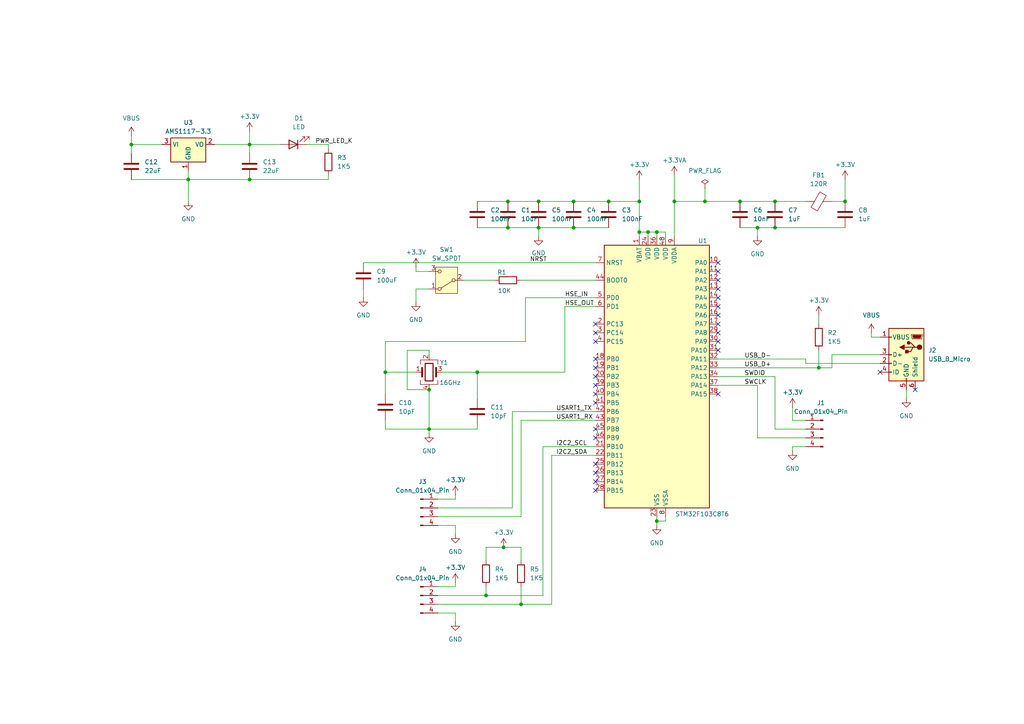
<source format=kicad_sch>
(kicad_sch (version 20250114) (generator "eeschema") (generator_version "9.0")
  (paper "A4")
  (lib_symbols
    (symbol "Connector:Conn_01x04_Pin" (pin_names (offset 1.016) (hide yes))
      (property "Reference" "J" (at 0 5.08 0))
      (property "Value" "Conn_01x04_Pin" (at 0 -7.62 0))
      (symbol "Conn_01x04_Pin_1_1"
        (rectangle (start 0.8636 2.667) (end 0 2.413) (stroke (width 0.1524)) (fill (type outline)))
        (rectangle (start 0.8636 0.127) (end 0 -0.127) (stroke (width 0.1524)) (fill (type outline)))
        (rectangle (start 0.8636 -2.413) (end 0 -2.667) (stroke (width 0.1524)) (fill (type outline)))
        (rectangle (start 0.8636 -4.953) (end 0 -5.207) (stroke (width 0.1524)) (fill (type outline)))
        (polyline (pts (xy 1.27 2.54) (xy 0.8636 2.54)) (stroke (width 0.1524)))
        (polyline (pts (xy 1.27 0) (xy 0.8636 0)) (stroke (width 0.1524)))
        (polyline (pts (xy 1.27 -2.54) (xy 0.8636 -2.54)) (stroke (width 0.1524)))
        (polyline (pts (xy 1.27 -5.08) (xy 0.8636 -5.08)) (stroke (width 0.1524)))
        (pin passive line (at 5.08 2.54 180) (length 3.81) (name "Pin_1") (number "1"))
        (pin passive line (at 5.08 0 180) (length 3.81) (name "Pin_2") (number "2"))
        (pin passive line (at 5.08 -2.54 180) (length 3.81) (name "Pin_3") (number "3"))
        (pin passive line (at 5.08 -5.08 180) (length 3.81) (name "Pin_4") (number "4"))
      )
    )
    (symbol "Connector:USB_B_Micro" (pin_names (offset 1.016))
      (property "Reference" "J" (at -5.08 11.43 0))
      (property "Value" "USB_B_Micro" (at -5.08 8.89 0))
      (symbol "USB_B_Micro_0_1"
        (rectangle (start -5.08 -7.62) (end 5.08 7.62) (stroke (width 0.254)) (fill (type background)))
        (polyline (pts (xy -4.699 5.842) (xy -4.699 5.588) (xy -4.445 4.826) (xy -4.445 4.572) (xy -1.651 4.572) (xy -1.651 4.826) (xy -1.397 5.588) (xy -1.397 5.842) (xy -4.699 5.842)))
        (polyline (pts (xy -4.318 5.588) (xy -1.778 5.588) (xy -2.032 4.826) (xy -4.064 4.826) (xy -4.318 5.588)) (fill (type outline)))
        (circle (center -3.81 2.159) (radius 0.635) (stroke (width 0.254)) (fill (type outline)))
        (polyline (pts (xy -3.175 2.159) (xy -2.54 2.159) (xy -1.27 3.429) (xy -0.635 3.429)) (stroke (width 0.254)))
        (polyline (pts (xy -2.54 2.159) (xy -1.905 2.159) (xy -1.27 0.889) (xy 0 0.889)) (stroke (width 0.254)))
        (polyline (pts (xy -1.905 2.159) (xy 0.635 2.159)) (stroke (width 0.254)))
        (circle (center -0.635 3.429) (radius 0.381) (stroke (width 0.254)) (fill (type outline)))
        (rectangle (start -0.127 -7.62) (end 0.127 -6.858))
        (rectangle (start 0.254 1.27) (end -0.508 0.508) (stroke (width 0.254)) (fill (type outline)))
        (polyline (pts (xy 0.635 2.794) (xy 0.635 1.524) (xy 1.905 2.159) (xy 0.635 2.794)) (stroke (width 0.254)) (fill (type outline)))
        (rectangle (start 5.08 4.953) (end 4.318 5.207))
        (rectangle (start 5.08 -0.127) (end 4.318 0.127))
        (rectangle (start 5.08 -2.667) (end 4.318 -2.413))
        (rectangle (start 5.08 -5.207) (end 4.318 -4.953))
      )
      (symbol "USB_B_Micro_1_1"
        (pin passive line (at -2.54 -10.16 90) (length 2.54) (name "Shield") (number "6"))
        (pin power_out line (at 0 -10.16 90) (length 2.54) (name "GND") (number "5"))
        (pin power_out line (at 7.62 5.08 180) (length 2.54) (name "VBUS") (number "1"))
        (pin bidirectional line (at 7.62 0 180) (length 2.54) (name "D+") (number "3"))
        (pin bidirectional line (at 7.62 -2.54 180) (length 2.54) (name "D-") (number "2"))
        (pin passive line (at 7.62 -5.08 180) (length 2.54) (name "ID") (number "4"))
      )
    )
    (symbol "Device:C" (pin_numbers (hide yes)) (pin_names (offset 0.254))
      (property "Reference" "C" (at 0.635 2.54 0))
      (property "Value" "C" (at 0.635 -2.54 0))
      (symbol "C_0_1"
        (polyline (pts (xy -2.032 0.762) (xy 2.032 0.762)) (stroke (width 0.508)))
        (polyline (pts (xy -2.032 -0.762) (xy 2.032 -0.762)) (stroke (width 0.508)))
      )
      (symbol "C_1_1"
        (pin passive line (at 0 3.81 270) (length 2.794) (name "~") (number "1"))
        (pin passive line (at 0 -3.81 90) (length 2.794) (name "~") (number "2"))
      )
    )
    (symbol "Device:Crystal_GND24" (pin_names (offset 1.016) (hide yes))
      (property "Reference" "Y" (at 3.175 5.08 0))
      (property "Value" "Crystal_GND24" (at 3.175 3.175 0))
      (symbol "Crystal_GND24_0_1"
        (polyline (pts (xy -2.54 2.286) (xy -2.54 3.556) (xy 2.54 3.556) (xy 2.54 2.286)))
        (polyline (pts (xy -2.54 0) (xy -2.032 0)))
        (polyline (pts (xy -2.54 -2.286) (xy -2.54 -3.556) (xy 2.54 -3.556) (xy 2.54 -2.286)))
        (polyline (pts (xy -2.032 -1.27) (xy -2.032 1.27)) (stroke (width 0.508)))
        (rectangle (start -1.143 2.54) (end 1.143 -2.54) (stroke (width 0.3048)))
        (polyline (pts (xy 0 3.556) (xy 0 3.81)))
        (polyline (pts (xy 0 -3.81) (xy 0 -3.556)))
        (polyline (pts (xy 2.032 0) (xy 2.54 0)))
        (polyline (pts (xy 2.032 -1.27) (xy 2.032 1.27)) (stroke (width 0.508)))
      )
      (symbol "Crystal_GND24_1_1"
        (pin passive line (at -3.81 0 0) (length 1.27) (name "1") (number "1"))
        (pin passive line (at 0 5.08 270) (length 1.27) (name "2") (number "2"))
        (pin passive line (at 0 -5.08 90) (length 1.27) (name "4") (number "4"))
        (pin passive line (at 3.81 0 180) (length 1.27) (name "3") (number "3"))
      )
    )
    (symbol "Device:FerriteBead" (pin_numbers (hide yes)) (pin_names (offset 0))
      (property "Reference" "FB" (at -3.81 0.635 90))
      (property "Value" "FerriteBead" (at 3.81 0 90))
      (symbol "FerriteBead_0_1"
        (polyline (pts (xy -2.7686 0.4064) (xy -1.7018 2.2606) (xy 2.7686 -0.3048) (xy 1.6764 -2.159) (xy -2.7686 0.4064)))
        (polyline (pts (xy 0 1.27) (xy 0 1.2954)))
        (polyline (pts (xy 0 -1.27) (xy 0 -1.2192)))
      )
      (symbol "FerriteBead_1_1"
        (pin passive line (at 0 3.81 270) (length 2.54) (name "~") (number "1"))
        (pin passive line (at 0 -3.81 90) (length 2.54) (name "~") (number "2"))
      )
    )
    (symbol "Device:LED" (pin_numbers (hide yes)) (pin_names (offset 1.016) (hide yes))
      (property "Reference" "D" (at 0 2.54 0))
      (property "Value" "LED" (at 0 -2.54 0))
      (symbol "LED_0_1"
        (polyline (pts (xy -3.048 -0.762) (xy -4.572 -2.286) (xy -3.81 -2.286) (xy -4.572 -2.286) (xy -4.572 -1.524)))
        (polyline (pts (xy -1.778 -0.762) (xy -3.302 -2.286) (xy -2.54 -2.286) (xy -3.302 -2.286) (xy -3.302 -1.524)))
        (polyline (pts (xy -1.27 0) (xy 1.27 0)))
        (polyline (pts (xy -1.27 -1.27) (xy -1.27 1.27)) (stroke (width 0.254)))
        (polyline (pts (xy 1.27 -1.27) (xy 1.27 1.27) (xy -1.27 0) (xy 1.27 -1.27)) (stroke (width 0.254)))
      )
      (symbol "LED_1_1"
        (pin passive line (at -3.81 0 0) (length 2.54) (name "K") (number "1"))
        (pin passive line (at 3.81 0 180) (length 2.54) (name "A") (number "2"))
      )
    )
    (symbol "Device:R" (pin_numbers (hide yes)) (pin_names (offset 0))
      (property "Reference" "R" (at 2.032 0 90))
      (property "Value" "R" (at 0 0 90))
      (symbol "R_0_1"
        (rectangle (start -1.016 -2.54) (end 1.016 2.54) (stroke (width 0.254)))
      )
      (symbol "R_1_1"
        (pin passive line (at 0 3.81 270) (length 1.27) (name "~") (number "1"))
        (pin passive line (at 0 -3.81 90) (length 1.27) (name "~") (number "2"))
      )
    )
    (symbol "MCU_ST_STM32F1:STM32F103C8Tx"
      (property "Reference" "U" (at -15.24 39.37 0))
      (property "Value" "STM32F103C8Tx" (at 7.62 39.37 0))
      (symbol "STM32F103C8Tx_0_1"
        (rectangle (start -15.24 -38.1) (end 15.24 38.1) (stroke (width 0.254)) (fill (type background)))
      )
      (symbol "STM32F103C8Tx_1_1"
        (pin input line (at -17.78 33.02 0) (length 2.54) (name "NRST") (number "7"))
        (pin input line (at -17.78 27.94 0) (length 2.54) (name "BOOT0") (number "44"))
        (pin bidirectional line (at -17.78 22.86 0) (length 2.54) (name "PD0") (number "5"))
        (pin bidirectional line (at -17.78 20.32 0) (length 2.54) (name "PD1") (number "6"))
        (pin bidirectional line (at -17.78 15.24 0) (length 2.54) (name "PC13") (number "2"))
        (pin bidirectional line (at -17.78 12.7 0) (length 2.54) (name "PC14") (number "3"))
        (pin bidirectional line (at -17.78 10.16 0) (length 2.54) (name "PC15") (number "4"))
        (pin bidirectional line (at -17.78 5.08 0) (length 2.54) (name "PB0") (number "18"))
        (pin bidirectional line (at -17.78 2.54 0) (length 2.54) (name "PB1") (number "19"))
        (pin bidirectional line (at -17.78 0 0) (length 2.54) (name "PB2") (number "20"))
        (pin bidirectional line (at -17.78 -2.54 0) (length 2.54) (name "PB3") (number "39"))
        (pin bidirectional line (at -17.78 -5.08 0) (length 2.54) (name "PB4") (number "40"))
        (pin bidirectional line (at -17.78 -7.62 0) (length 2.54) (name "PB5") (number "41"))
        (pin bidirectional line (at -17.78 -10.16 0) (length 2.54) (name "PB6") (number "42"))
        (pin bidirectional line (at -17.78 -12.7 0) (length 2.54) (name "PB7") (number "43"))
        (pin bidirectional line (at -17.78 -15.24 0) (length 2.54) (name "PB8") (number "45"))
        (pin bidirectional line (at -17.78 -17.78 0) (length 2.54) (name "PB9") (number "46"))
        (pin bidirectional line (at -17.78 -20.32 0) (length 2.54) (name "PB10") (number "21"))
        (pin bidirectional line (at -17.78 -22.86 0) (length 2.54) (name "PB11") (number "22"))
        (pin bidirectional line (at -17.78 -25.4 0) (length 2.54) (name "PB12") (number "25"))
        (pin bidirectional line (at -17.78 -27.94 0) (length 2.54) (name "PB13") (number "26"))
        (pin bidirectional line (at -17.78 -30.48 0) (length 2.54) (name "PB14") (number "27"))
        (pin bidirectional line (at -17.78 -33.02 0) (length 2.54) (name "PB15") (number "28"))
        (pin power_in line (at -5.08 40.64 270) (length 2.54) (name "VBAT") (number "1"))
        (pin power_in line (at -2.54 40.64 270) (length 2.54) (name "VDD") (number "24"))
        (pin power_in line (at 0 40.64 270) (length 2.54) (name "VDD") (number "36"))
        (pin power_in line (at 0 -40.64 90) (length 2.54) (name "VSS") (number "23"))
        (pin passive line (at 0 -40.64 90) (length 2.54) (hide yes) (name "VSS") (number "35"))
        (pin passive line (at 0 -40.64 90) (length 2.54) (hide yes) (name "VSS") (number "47"))
        (pin power_in line (at 2.54 40.64 270) (length 2.54) (name "VDD") (number "48"))
        (pin power_in line (at 2.54 -40.64 90) (length 2.54) (name "VSSA") (number "8"))
        (pin power_in line (at 5.08 40.64 270) (length 2.54) (name "VDDA") (number "9"))
        (pin bidirectional line (at 17.78 33.02 180) (length 2.54) (name "PA0") (number "10"))
        (pin bidirectional line (at 17.78 30.48 180) (length 2.54) (name "PA1") (number "11"))
        (pin bidirectional line (at 17.78 27.94 180) (length 2.54) (name "PA2") (number "12"))
        (pin bidirectional line (at 17.78 25.4 180) (length 2.54) (name "PA3") (number "13"))
        (pin bidirectional line (at 17.78 22.86 180) (length 2.54) (name "PA4") (number "14"))
        (pin bidirectional line (at 17.78 20.32 180) (length 2.54) (name "PA5") (number "15"))
        (pin bidirectional line (at 17.78 17.78 180) (length 2.54) (name "PA6") (number "16"))
        (pin bidirectional line (at 17.78 15.24 180) (length 2.54) (name "PA7") (number "17"))
        (pin bidirectional line (at 17.78 12.7 180) (length 2.54) (name "PA8") (number "29"))
        (pin bidirectional line (at 17.78 10.16 180) (length 2.54) (name "PA9") (number "30"))
        (pin bidirectional line (at 17.78 7.62 180) (length 2.54) (name "PA10") (number "31"))
        (pin bidirectional line (at 17.78 5.08 180) (length 2.54) (name "PA11") (number "32"))
        (pin bidirectional line (at 17.78 2.54 180) (length 2.54) (name "PA12") (number "33"))
        (pin bidirectional line (at 17.78 0 180) (length 2.54) (name "PA13") (number "34"))
        (pin bidirectional line (at 17.78 -2.54 180) (length 2.54) (name "PA14") (number "37"))
        (pin bidirectional line (at 17.78 -5.08 180) (length 2.54) (name "PA15") (number "38"))
      )
    )
    (symbol "Regulator_Linear:AMS1117-3.3"
      (property "Reference" "U" (at -3.81 3.175 0))
      (property "Value" "AMS1117-3.3" (at 0 3.175 0))
      (symbol "AMS1117-3.3_0_1"
        (rectangle (start -5.08 -5.08) (end 5.08 1.905) (stroke (width 0.254)) (fill (type background)))
      )
      (symbol "AMS1117-3.3_1_1"
        (pin power_in line (at -7.62 0 0) (length 2.54) (name "VI") (number "3"))
        (pin power_in line (at 0 -7.62 90) (length 2.54) (name "GND") (number "1"))
        (pin power_out line (at 7.62 0 180) (length 2.54) (name "VO") (number "2"))
      )
    )
    (symbol "Switch:SW_SPDT" (pin_names (offset 0) (hide yes))
      (property "Reference" "SW" (at 0 5.08 0))
      (property "Value" "SW_SPDT" (at 0 -5.08 0))
      (symbol "SW_SPDT_0_1"
        (circle (center -2.032 0) (radius 0.4572))
        (polyline (pts (xy -1.651 0.254) (xy 1.651 2.286)))
        (circle (center 2.032 2.54) (radius 0.4572))
        (circle (center 2.032 -2.54) (radius 0.4572))
      )
      (symbol "SW_SPDT_1_1"
        (rectangle (start -3.175 3.81) (end 3.175 -3.81) (fill (type background)))
        (pin passive line (at -5.08 0 0) (length 2.54) (name "B") (number "2"))
        (pin passive line (at 5.08 2.54 180) (length 2.54) (name "A") (number "1"))
        (pin passive line (at 5.08 -2.54 180) (length 2.54) (name "C") (number "3"))
      )
    )
    (symbol "power:+3.3V" (power) (pin_numbers (hide yes)) (pin_names (offset 0) (hide yes))
      (property "Value" "+3.3V" (at 0 3.556 0))
      (symbol "+3.3V_0_1"
        (polyline (pts (xy -0.762 1.27) (xy 0 2.54)))
        (polyline (pts (xy 0 2.54) (xy 0.762 1.27)))
        (polyline (pts (xy 0 0) (xy 0 2.54)))
      )
      (symbol "+3.3V_1_1"
        (pin power_in line (at 0 0 90) (length 0) (name "~") (number "1"))
      )
    )
    (symbol "power:+3.3VA" (power) (pin_numbers (hide yes)) (pin_names (offset 0) (hide yes))
      (property "Value" "+3.3VA" (at 0 3.556 0))
      (symbol "+3.3VA_0_1"
        (polyline (pts (xy -0.762 1.27) (xy 0 2.54)))
        (polyline (pts (xy 0 2.54) (xy 0.762 1.27)))
        (polyline (pts (xy 0 0) (xy 0 2.54)))
      )
      (symbol "+3.3VA_1_1"
        (pin power_in line (at 0 0 90) (length 0) (name "~") (number "1"))
      )
    )
    (symbol "power:GND" (power) (pin_numbers (hide yes)) (pin_names (offset 0) (hide yes))
      (property "Value" "GND" (at 0 -3.81 0))
      (symbol "GND_0_1"
        (polyline (pts (xy 0 0) (xy 0 -1.27) (xy 1.27 -1.27) (xy 0 -2.54) (xy -1.27 -1.27) (xy 0 -1.27)))
      )
      (symbol "GND_1_1"
        (pin power_in line (at 0 0 270) (length 0) (name "~") (number "1"))
      )
    )
    (symbol "power:PWR_FLAG" (power) (pin_numbers (hide yes)) (pin_names (offset 0) (hide yes))
      (property "Value" "PWR_FLAG" (at 0 3.81 0))
      (symbol "PWR_FLAG_0_0"
        (pin power_out line (at 0 0 90) (length 0) (name "~") (number "1"))
      )
      (symbol "PWR_FLAG_0_1"
        (polyline (pts (xy 0 0) (xy 0 1.27) (xy -1.016 1.905) (xy 0 2.54) (xy 1.016 1.905) (xy 0 1.27)))
      )
    )
    (symbol "power:VBUS" (power) (pin_numbers (hide yes)) (pin_names (offset 0) (hide yes))
      (property "Value" "VBUS" (at 0 3.556 0))
      (symbol "VBUS_0_1"
        (polyline (pts (xy -0.762 1.27) (xy 0 2.54)))
        (polyline (pts (xy 0 2.54) (xy 0.762 1.27)))
        (polyline (pts (xy 0 0) (xy 0 2.54)))
      )
      (symbol "VBUS_1_1"
        (pin power_in line (at 0 0 90) (length 0) (name "~") (number "1"))
      )
    )
  )
  (junction (at 204.47 58.42))
  (junction (at 151.13 175.26))
  (junction (at 185.42 58.42))
  (junction (at 146.05 158.75))
  (junction (at 147.32 66.04))
  (junction (at 237.49 106.68))
  (junction (at 190.5 151.13))
  (junction (at 224.79 66.04))
  (junction (at 166.37 58.42))
  (junction (at 54.61 52.07))
  (junction (at 187.96 67.31))
  (junction (at 156.21 66.04))
  (junction (at 185.42 67.31))
  (junction (at 38.1 41.91))
  (junction (at 245.11 58.42))
  (junction (at 124.46 113.03))
  (junction (at 72.39 52.07))
  (junction (at 224.79 58.42))
  (junction (at 176.53 58.42))
  (junction (at 156.21 58.42))
  (junction (at 190.5 67.31))
  (junction (at 72.39 41.91))
  (junction (at 214.63 58.42))
  (junction (at 195.58 58.42))
  (junction (at 124.46 124.46))
  (junction (at 166.37 66.04))
  (junction (at 111.76 107.95))
  (junction (at 147.32 58.42))
  (junction (at 138.43 107.95))
  (junction (at 219.71 66.04))
  (junction (at 140.97 172.72))
  (no_connect (at 208.28 101.6))
  (no_connect (at 208.28 99.06))
  (no_connect (at 172.72 127))
  (no_connect (at 208.28 81.28))
  (no_connect (at 208.28 91.44))
  (no_connect (at 208.28 76.2))
  (no_connect (at 172.72 106.68))
  (no_connect (at 172.72 116.84))
  (no_connect (at 208.28 86.36))
  (no_connect (at 172.72 124.46))
  (no_connect (at 208.28 96.52))
  (no_connect (at 172.72 104.14))
  (no_connect (at 172.72 111.76))
  (no_connect (at 208.28 114.3))
  (no_connect (at 255.27 107.95))
  (no_connect (at 172.72 96.52))
  (no_connect (at 172.72 142.24))
  (no_connect (at 208.28 93.98))
  (no_connect (at 172.72 99.06))
  (no_connect (at 265.43 113.03))
  (no_connect (at 172.72 114.3))
  (no_connect (at 208.28 78.74))
  (no_connect (at 172.72 134.62))
  (no_connect (at 172.72 109.22))
  (no_connect (at 208.28 88.9))
  (no_connect (at 172.72 139.7))
  (no_connect (at 172.72 137.16))
  (no_connect (at 208.28 83.82))
  (no_connect (at 172.72 93.98))
  (wire (pts (xy 190.5 151.13) (xy 193.04 151.13)))
  (wire (pts (xy 54.61 49.53) (xy 54.61 52.07)))
  (wire (pts (xy 72.39 52.07) (xy 95.25 52.07)))
  (wire (pts (xy 156.21 66.04) (xy 156.21 68.58)))
  (wire (pts (xy 127 172.72) (xy 140.97 172.72)))
  (wire (pts (xy 229.87 129.54) (xy 229.87 130.81)))
  (wire (pts (xy 195.58 58.42) (xy 195.58 68.58)))
  (wire (pts (xy 219.71 66.04) (xy 224.79 66.04)))
  (wire (pts (xy 185.42 58.42) (xy 185.42 67.31)))
  (wire (pts (xy 233.68 121.92) (xy 229.87 121.92)))
  (wire (pts (xy 156.21 58.42) (xy 166.37 58.42)))
  (wire (pts (xy 120.65 78.74) (xy 120.65 77.47)))
  (wire (pts (xy 151.13 175.26) (xy 160.02 175.26)))
  (wire (pts (xy 148.59 147.32) (xy 148.59 119.38)))
  (wire (pts (xy 111.76 124.46) (xy 124.46 124.46)))
  (wire (pts (xy 62.23 41.91) (xy 72.39 41.91)))
  (wire (pts (xy 140.97 162.56) (xy 140.97 158.75)))
  (wire (pts (xy 195.58 50.8) (xy 195.58 58.42)))
  (wire (pts (xy 72.39 44.45) (xy 72.39 41.91)))
  (wire (pts (xy 132.08 177.8) (xy 132.08 180.34)))
  (wire (pts (xy 151.13 81.28) (xy 172.72 81.28)))
  (wire (pts (xy 127 149.86) (xy 151.13 149.86)))
  (wire (pts (xy 140.97 172.72) (xy 157.48 172.72)))
  (wire (pts (xy 124.46 101.6) (xy 118.11 101.6)))
  (wire (pts (xy 127 175.26) (xy 151.13 175.26)))
  (wire (pts (xy 255.27 97.79) (xy 252.73 97.79)))
  (wire (pts (xy 127 170.18) (xy 132.08 170.18)))
  (wire (pts (xy 229.87 121.92) (xy 229.87 118.11)))
  (wire (pts (xy 138.43 123.19) (xy 138.43 124.46)))
  (wire (pts (xy 255.27 105.41) (xy 233.68 105.41)))
  (wire (pts (xy 120.65 107.95) (xy 111.76 107.95)))
  (wire (pts (xy 138.43 124.46) (xy 124.46 124.46)))
  (wire (pts (xy 54.61 52.07) (xy 72.39 52.07)))
  (wire (pts (xy 241.3 58.42) (xy 245.11 58.42)))
  (wire (pts (xy 190.5 151.13) (xy 190.5 152.4)))
  (wire (pts (xy 163.83 107.95) (xy 163.83 88.9)))
  (wire (pts (xy 127 144.78) (xy 132.08 144.78)))
  (wire (pts (xy 224.79 66.04) (xy 245.11 66.04)))
  (wire (pts (xy 208.28 104.14) (xy 233.68 104.14)))
  (wire (pts (xy 95.25 50.8) (xy 95.25 52.07)))
  (wire (pts (xy 151.13 170.18) (xy 151.13 175.26)))
  (wire (pts (xy 157.48 129.54) (xy 172.72 129.54)))
  (wire (pts (xy 151.13 162.56) (xy 151.13 158.75)))
  (wire (pts (xy 214.63 58.42) (xy 224.79 58.42)))
  (wire (pts (xy 187.96 67.31) (xy 185.42 67.31)))
  (wire (pts (xy 204.47 58.42) (xy 214.63 58.42)))
  (wire (pts (xy 193.04 68.58) (xy 193.04 67.31)))
  (wire (pts (xy 38.1 52.07) (xy 54.61 52.07)))
  (wire (pts (xy 105.41 76.2) (xy 172.72 76.2)))
  (wire (pts (xy 88.9 41.91) (xy 95.25 41.91)))
  (wire (pts (xy 208.28 111.76) (xy 219.71 111.76)))
  (wire (pts (xy 160.02 175.26) (xy 160.02 132.08)))
  (wire (pts (xy 147.32 58.42) (xy 156.21 58.42)))
  (wire (pts (xy 255.27 102.87) (xy 241.3 102.87)))
  (wire (pts (xy 233.68 129.54) (xy 229.87 129.54)))
  (wire (pts (xy 233.68 124.46) (xy 224.79 124.46)))
  (wire (pts (xy 132.08 152.4) (xy 132.08 154.94)))
  (wire (pts (xy 148.59 119.38) (xy 172.72 119.38)))
  (wire (pts (xy 152.4 99.06) (xy 152.4 86.36)))
  (wire (pts (xy 176.53 58.42) (xy 185.42 58.42)))
  (wire (pts (xy 208.28 109.22) (xy 224.79 109.22)))
  (wire (pts (xy 195.58 58.42) (xy 204.47 58.42)))
  (wire (pts (xy 38.1 39.37) (xy 38.1 41.91)))
  (wire (pts (xy 160.02 132.08) (xy 172.72 132.08)))
  (wire (pts (xy 147.32 66.04) (xy 156.21 66.04)))
  (wire (pts (xy 219.71 66.04) (xy 219.71 68.58)))
  (wire (pts (xy 38.1 44.45) (xy 38.1 41.91)))
  (wire (pts (xy 124.46 113.03) (xy 118.11 113.03)))
  (wire (pts (xy 127 152.4) (xy 132.08 152.4)))
  (wire (pts (xy 208.28 106.68) (xy 237.49 106.68)))
  (wire (pts (xy 111.76 99.06) (xy 152.4 99.06)))
  (wire (pts (xy 237.49 106.68) (xy 241.3 106.68)))
  (wire (pts (xy 214.63 66.04) (xy 219.71 66.04)))
  (wire (pts (xy 187.96 68.58) (xy 187.96 67.31)))
  (wire (pts (xy 111.76 107.95) (xy 111.76 114.3)))
  (wire (pts (xy 95.25 41.91) (xy 95.25 43.18)))
  (wire (pts (xy 237.49 91.44) (xy 237.49 93.98)))
  (wire (pts (xy 193.04 67.31) (xy 190.5 67.31)))
  (wire (pts (xy 118.11 101.6) (xy 118.11 113.03)))
  (wire (pts (xy 54.61 52.07) (xy 54.61 58.42)))
  (wire (pts (xy 219.71 127) (xy 219.71 111.76)))
  (wire (pts (xy 166.37 66.04) (xy 176.53 66.04)))
  (wire (pts (xy 127 147.32) (xy 148.59 147.32)))
  (wire (pts (xy 124.46 78.74) (xy 120.65 78.74)))
  (wire (pts (xy 157.48 172.72) (xy 157.48 129.54)))
  (wire (pts (xy 72.39 38.1) (xy 72.39 41.91)))
  (wire (pts (xy 262.89 113.03) (xy 262.89 115.57)))
  (wire (pts (xy 111.76 107.95) (xy 111.76 99.06)))
  (wire (pts (xy 124.46 113.03) (xy 124.46 124.46)))
  (wire (pts (xy 252.73 97.79) (xy 252.73 96.52)))
  (wire (pts (xy 151.13 149.86) (xy 151.13 121.92)))
  (wire (pts (xy 224.79 58.42) (xy 233.68 58.42)))
  (wire (pts (xy 193.04 151.13) (xy 193.04 149.86)))
  (wire (pts (xy 245.11 52.07) (xy 245.11 58.42)))
  (wire (pts (xy 120.65 83.82) (xy 120.65 87.63)))
  (wire (pts (xy 151.13 121.92) (xy 172.72 121.92)))
  (wire (pts (xy 105.41 83.82) (xy 105.41 86.36)))
  (wire (pts (xy 111.76 121.92) (xy 111.76 124.46)))
  (wire (pts (xy 124.46 102.87) (xy 124.46 101.6)))
  (wire (pts (xy 152.4 86.36) (xy 172.72 86.36)))
  (wire (pts (xy 128.27 107.95) (xy 138.43 107.95)))
  (wire (pts (xy 132.08 144.78) (xy 132.08 143.51)))
  (wire (pts (xy 138.43 66.04) (xy 147.32 66.04)))
  (wire (pts (xy 233.68 127) (xy 219.71 127)))
  (wire (pts (xy 140.97 170.18) (xy 140.97 172.72)))
  (wire (pts (xy 156.21 66.04) (xy 166.37 66.04)))
  (wire (pts (xy 140.97 158.75) (xy 146.05 158.75)))
  (wire (pts (xy 190.5 68.58) (xy 190.5 67.31)))
  (wire (pts (xy 138.43 58.42) (xy 147.32 58.42)))
  (wire (pts (xy 237.49 101.6) (xy 237.49 106.68)))
  (wire (pts (xy 233.68 105.41) (xy 233.68 104.14)))
  (wire (pts (xy 241.3 102.87) (xy 241.3 106.68)))
  (wire (pts (xy 138.43 107.95) (xy 138.43 115.57)))
  (wire (pts (xy 224.79 124.46) (xy 224.79 109.22)))
  (wire (pts (xy 124.46 124.46) (xy 124.46 125.73)))
  (wire (pts (xy 151.13 158.75) (xy 146.05 158.75)))
  (wire (pts (xy 204.47 54.61) (xy 204.47 58.42)))
  (wire (pts (xy 185.42 52.07) (xy 185.42 58.42)))
  (wire (pts (xy 72.39 41.91) (xy 81.28 41.91)))
  (wire (pts (xy 138.43 107.95) (xy 163.83 107.95)))
  (wire (pts (xy 127 177.8) (xy 132.08 177.8)))
  (wire (pts (xy 132.08 170.18) (xy 132.08 168.91)))
  (wire (pts (xy 124.46 83.82) (xy 120.65 83.82)))
  (wire (pts (xy 190.5 149.86) (xy 190.5 151.13)))
  (wire (pts (xy 38.1 41.91) (xy 46.99 41.91)))
  (wire (pts (xy 163.83 88.9) (xy 172.72 88.9)))
  (wire (pts (xy 143.51 81.28) (xy 134.62 81.28)))
  (wire (pts (xy 185.42 67.31) (xy 185.42 68.58)))
  (wire (pts (xy 190.5 67.31) (xy 187.96 67.31)))
  (wire (pts (xy 166.37 58.42) (xy 176.53 58.42)))
  (label "USB_D+" (at 215.9 106.68 0))
  (label "USART1_TX" (at 161.29 119.38 0))
  (label "I2C2_SCL" (at 161.29 129.54 0))
  (label "USART1_RX" (at 161.29 121.92 0))
  (label "HSE_IN" (at 163.83 86.36 0))
  (label "USB_D-" (at 215.9 104.14 0))
  (label "I2C2_SDA" (at 161.29 132.08 0))
  (label "NRST" (at 153.67 76.2 0))
  (label "HSE_OUT" (at 163.83 88.9 0))
  (label "SWDIO" (at 215.9 109.22 0))
  (label "PWR_LED_K" (at 91.44 41.91 0))
  (label "SWCLK" (at 215.9 111.76 0))
  (symbol (lib_id "Device:C") (at 156.21 62.23 0) (unit 1)
    (property "Reference" "C5" (at 160.02 60.9599 0) (effects (justify left)))
    (property "Value" "100nF" (at 160.02 63.4999 0) (effects (justify left)))
    (property "Footprint" "Capacitor_SMD:C_0402_1005Metric" (effects (hide yes)))
    (property "Description" "Unpolarized capacitor" (effects (hide yes)))
  )
  (symbol (lib_id "Device:LED") (at 85.09 41.91 180) (unit 1)
    (property "Reference" "D1" (at 86.6775 34.29 0))
    (property "Value" "LED" (at 86.6775 36.83 0))
    (property "Footprint" "LED_SMD:LED_0603_1608Metric" (effects (hide yes)))
    (property "Description" "Light emitting diode" (effects (hide yes)))
    (property "Sim.Pins" "1=K 2=A" (effects (hide yes)))
  )
  (symbol (lib_id "power:+3.3V") (at 132.08 168.91 0) (unit 1)
    (property "Reference" "#PWR021" (effects (hide yes)))
    (property "Value" "+3.3V" (at 132.08 164.592 0))
    (property "Description" "Power symbol creates a global label with name \"+3.3V\"" (effects (hide yes)))
  )
  (symbol (lib_id "power:GND") (at 105.41 86.36 0) (unit 1)
    (property "Reference" "#PWR07" (effects (hide yes)))
    (property "Value" "GND" (at 105.41 91.44 0))
    (property "Description" "Power symbol creates a global label with name \"GND\" , ground" (effects (hide yes)))
  )
  (symbol (lib_id "power:+3.3V") (at 146.05 158.75 0) (unit 1)
    (property "Reference" "#PWR023" (effects (hide yes)))
    (property "Value" "+3.3V" (at 146.05 154.432 0))
    (property "Description" "Power symbol creates a global label with name \"+3.3V\"" (effects (hide yes)))
  )
  (symbol (lib_id "power:VBUS") (at 38.1 39.37 0) (unit 1)
    (property "Reference" "#PWR017" (effects (hide yes)))
    (property "Value" "VBUS" (at 38.1 34.29 0))
    (property "Description" "Power symbol creates a global label with name \"VBUS\"" (effects (hide yes)))
  )
  (symbol (lib_id "power:+3.3V") (at 245.11 52.07 0) (unit 1)
    (property "Reference" "#PWR06" (effects (hide yes)))
    (property "Value" "+3.3V" (at 245.11 47.752 0))
    (property "Description" "Power symbol creates a global label with name \"+3.3V\"" (effects (hide yes)))
  )
  (symbol (lib_id "power:GND") (at 262.89 115.57 0) (unit 1)
    (property "Reference" "#PWR011" (effects (hide yes)))
    (property "Value" "GND" (at 262.89 120.65 0))
    (property "Description" "Power symbol creates a global label with name \"GND\" , ground" (effects (hide yes)))
  )
  (symbol (lib_id "power:GND") (at 219.71 68.58 0) (unit 1)
    (property "Reference" "#PWR04" (effects (hide yes)))
    (property "Value" "GND" (at 219.71 73.66 0))
    (property "Description" "Power symbol creates a global label with name \"GND\" , ground" (effects (hide yes)))
  )
  (symbol (lib_id "power:+3.3VA") (at 195.58 50.8 0) (unit 1)
    (property "Reference" "#PWR05" (effects (hide yes)))
    (property "Value" "+3.3VA" (at 195.58 46.482 0))
    (property "Description" "Power symbol creates a global label with name \"+3.3VA\"" (effects (hide yes)))
  )
  (symbol (lib_id "power:+3.3V") (at 72.39 38.1 0) (unit 1)
    (property "Reference" "#PWR018" (effects (hide yes)))
    (property "Value" "+3.3V" (at 72.39 33.782 0))
    (property "Description" "Power symbol creates a global label with name \"+3.3V\"" (effects (hide yes)))
  )
  (symbol (lib_id "power:GND") (at 190.5 152.4 0) (unit 1)
    (property "Reference" "#PWR01" (effects (hide yes)))
    (property "Value" "GND" (at 190.5 157.48 0))
    (property "Description" "Power symbol creates a global label with name \"GND\" , ground" (effects (hide yes)))
  )
  (symbol (lib_id "Switch:SW_SPDT") (at 129.54 81.28 180) (unit 1)
    (property "Reference" "SW1" (at 129.54 72.39 0))
    (property "Value" "SW_SPDT" (at 129.54 74.93 0))
    (property "Footprint" "Button_Switch_THT:SW_E-Switch_EG1224_SPDT_Angled" (effects (hide yes)))
    (property "Description" "Switch, single pole double throw" (effects (hide yes)))
  )
  (symbol (lib_id "Regulator_Linear:AMS1117-3.3") (at 54.61 41.91 0) (unit 1)
    (property "Reference" "U3" (at 54.61 35.56 0))
    (property "Value" "AMS1117-3.3" (at 54.61 38.1 0))
    (property "Footprint" "Package_TO_SOT_SMD:SOT-223-3_TabPin2" (effects (hide yes)))
    (property "Datasheet" "http://www.advanced-monolithic.com/pdf/ds1117.pdf" (effects (hide yes)))
    (property "Description" "1A Low Dropout regulator, positive, 3.3V fixed output, SOT-223" (effects (hide yes)))
  )
  (symbol (lib_id "Device:C") (at 176.53 62.23 0) (unit 1)
    (property "Reference" "C3" (at 180.34 60.9599 0) (effects (justify left)))
    (property "Value" "100nF" (at 180.34 63.4999 0) (effects (justify left)))
    (property "Footprint" "Capacitor_SMD:C_0402_1005Metric" (effects (hide yes)))
    (property "Description" "Unpolarized capacitor" (effects (hide yes)))
  )
  (symbol (lib_id "Device:C") (at 105.41 80.01 0) (unit 1)
    (property "Reference" "C9" (at 109.22 78.7399 0) (effects (justify left)))
    (property "Value" "100uF" (at 109.22 81.2799 0) (effects (justify left)))
    (property "Footprint" "Capacitor_SMD:C_0402_1005Metric" (effects (hide yes)))
    (property "Description" "Unpolarized capacitor" (effects (hide yes)))
  )
  (symbol (lib_id "Device:FerriteBead") (at 237.49 58.42 90) (unit 1)
    (property "Reference" "FB1" (at 237.4392 50.8 90))
    (property "Value" "120R" (at 237.4392 53.34 90))
    (property "Footprint" "Inductor_SMD:L_0603_1608Metric" (effects (hide yes)))
    (property "Description" "Ferrite bead" (effects (hide yes)))
  )
  (symbol (lib_id "Device:C") (at 166.37 62.23 0) (unit 1)
    (property "Reference" "C4" (at 170.18 60.9599 0) (effects (justify left)))
    (property "Value" "100nF" (at 170.18 63.4999 0) (effects (justify left)))
    (property "Footprint" "Capacitor_SMD:C_0402_1005Metric" (effects (hide yes)))
    (property "Description" "Unpolarized capacitor" (effects (hide yes)))
  )
  (symbol (lib_id "Connector:Conn_01x04_Pin") (at 121.92 172.72 0) (unit 1)
    (property "Reference" "J4" (at 122.555 165.1 0))
    (property "Value" "Conn_01x04_Pin" (at 122.555 167.64 0))
    (property "Footprint" "Connector_PinHeader_2.54mm:PinHeader_1x04_P2.54mm_Vertical" (effects (hide yes)))
    (property "Description" "Generic connector, single row, 01x04, script generated" (effects (hide yes)))
  )
  (symbol (lib_id "power:GND") (at 156.21 68.58 0) (unit 1)
    (property "Reference" "#PWR03" (effects (hide yes)))
    (property "Value" "GND" (at 156.21 73.406 0))
    (property "Description" "Power symbol creates a global label with name \"GND\" , ground" (effects (hide yes)))
  )
  (symbol (lib_id "power:GND") (at 132.08 180.34 0) (unit 1)
    (property "Reference" "#PWR022" (effects (hide yes)))
    (property "Value" "GND" (at 132.08 185.42 0))
    (property "Description" "Power symbol creates a global label with name \"GND\" , ground" (effects (hide yes)))
  )
  (symbol (lib_id "Device:C") (at 214.63 62.23 0) (unit 1)
    (property "Reference" "C6" (at 218.44 60.9599 0) (effects (justify left)))
    (property "Value" "10nF" (at 218.44 63.4999 0) (effects (justify left)))
    (property "Footprint" "Capacitor_SMD:C_0402_1005Metric" (effects (hide yes)))
    (property "Description" "Unpolarized capacitor" (effects (hide yes)))
  )
  (symbol (lib_id "Connector:Conn_01x04_Pin") (at 238.76 124.46 0) (mirror y) (unit 1)
    (property "Reference" "J1" (at 238.125 116.84 0))
    (property "Value" "Conn_01x04_Pin" (at 238.125 119.38 0))
    (property "Footprint" "Connector_PinHeader_2.54mm:PinHeader_1x04_P2.54mm_Vertical" (effects (hide yes)))
    (property "Description" "Generic connector, single row, 01x04, script generated" (effects (hide yes)))
  )
  (symbol (lib_id "power:GND") (at 132.08 154.94 0) (unit 1)
    (property "Reference" "#PWR019" (effects (hide yes)))
    (property "Value" "GND" (at 132.08 160.02 0))
    (property "Description" "Power symbol creates a global label with name \"GND\" , ground" (effects (hide yes)))
  )
  (symbol (lib_id "power:GND") (at 54.61 58.42 0) (unit 1)
    (property "Reference" "#PWR016" (effects (hide yes)))
    (property "Value" "GND" (at 54.61 63.5 0))
    (property "Description" "Power symbol creates a global label with name \"GND\" , ground" (effects (hide yes)))
  )
  (symbol (lib_id "Device:C") (at 138.43 62.23 0) (unit 1)
    (property "Reference" "C2" (at 142.24 60.9599 0) (effects (justify left)))
    (property "Value" "100nF" (at 142.24 63.4999 0) (effects (justify left)))
    (property "Footprint" "Capacitor_SMD:C_0402_1005Metric" (effects (hide yes)))
    (property "Description" "Unpolarized capacitor" (effects (hide yes)))
  )
  (symbol (lib_id "power:GND") (at 229.87 130.81 0) (unit 1)
    (property "Reference" "#PWR015" (effects (hide yes)))
    (property "Value" "GND" (at 229.87 135.89 0))
    (property "Description" "Power symbol creates a global label with name \"GND\" , ground" (effects (hide yes)))
  )
  (symbol (lib_id "Device:C") (at 72.39 48.26 0) (unit 1)
    (property "Reference" "C13" (at 76.2 46.9899 0) (effects (justify left)))
    (property "Value" "22uF" (at 76.2 49.5299 0) (effects (justify left)))
    (property "Footprint" "Capacitor_SMD:C_0805_2012Metric" (effects (hide yes)))
    (property "Description" "Unpolarized capacitor" (effects (hide yes)))
  )
  (symbol (lib_id "power:PWR_FLAG") (at 204.47 54.61 0) (unit 1)
    (property "Reference" "#FLG01" (effects (hide yes)))
    (property "Value" "PWR_FLAG" (at 204.47 49.53 0))
    (property "Description" "Special symbol for telling ERC where power comes from" (effects (hide yes)))
  )
  (symbol (lib_id "power:+3.3V") (at 229.87 118.11 0) (unit 1)
    (property "Reference" "#PWR014" (effects (hide yes)))
    (property "Value" "+3.3V" (at 229.87 113.792 0))
    (property "Description" "Power symbol creates a global label with name \"+3.3V\"" (effects (hide yes)))
  )
  (symbol (lib_id "power:GND") (at 124.46 125.73 0) (unit 1)
    (property "Reference" "#PWR010" (effects (hide yes)))
    (property "Value" "GND" (at 124.46 130.81 0))
    (property "Description" "Power symbol creates a global label with name \"GND\" , ground" (effects (hide yes)))
  )
  (symbol (lib_id "MCU_ST_STM32F1:STM32F103C8Tx") (at 190.5 109.22 0) (unit 1)
    (property "Reference" "U1" (at 202.438 69.85 0) (effects (justify left)))
    (property "Value" "STM32F103C8T6" (at 195.834 149.098 0) (effects (justify left)))
    (property "Footprint" "Package_QFP:LQFP-48_7x7mm_P0.5mm" (effects (hide yes)))
    (property "Datasheet" "https://www.st.com/resource/en/datasheet/stm32f103c8.pdf" (effects (hide yes)))
    (property "Description" "STMicroelectronics Arm Cortex-M3 MCU, 64KB flash, 20KB RAM, 72 MHz, 2.0-3.6V, 37 GPIO, LQFP48" (effects (hide yes)))
  )
  (symbol (lib_id "Device:R") (at 95.25 46.99 0) (unit 1)
    (property "Reference" "R3" (at 97.79 45.7199 0) (effects (justify left)))
    (property "Value" "1K5" (at 97.79 48.2599 0) (effects (justify left)))
    (property "Footprint" "Resistor_SMD:R_0402_1005Metric" (effects (hide yes)))
    (property "Description" "Resistor" (effects (hide yes)))
  )
  (symbol (lib_id "Device:C") (at 38.1 48.26 0) (unit 1)
    (property "Reference" "C12" (at 41.91 46.9899 0) (effects (justify left)))
    (property "Value" "22uF" (at 41.91 49.5299 0) (effects (justify left)))
    (property "Footprint" "Capacitor_SMD:C_0805_2012Metric" (effects (hide yes)))
    (property "Description" "Unpolarized capacitor" (effects (hide yes)))
  )
  (symbol (lib_id "Device:R") (at 140.97 166.37 0) (unit 1)
    (property "Reference" "R4" (at 143.51 165.0999 0) (effects (justify left)))
    (property "Value" "1K5" (at 143.51 167.6399 0) (effects (justify left)))
    (property "Footprint" "Resistor_SMD:R_0402_1005Metric" (effects (hide yes)))
    (property "Description" "Resistor" (effects (hide yes)))
  )
  (symbol (lib_id "Device:C") (at 245.11 62.23 0) (unit 1)
    (property "Reference" "C8" (at 248.92 60.9599 0) (effects (justify left)))
    (property "Value" "1uF" (at 248.92 63.4999 0) (effects (justify left)))
    (property "Footprint" "Capacitor_SMD:C_0402_1005Metric" (effects (hide yes)))
    (property "Description" "Unpolarized capacitor" (effects (hide yes)))
  )
  (symbol (lib_id "Device:C") (at 138.43 119.38 0) (unit 1)
    (property "Reference" "C11" (at 142.24 118.1099 0) (effects (justify left)))
    (property "Value" "10pF" (at 142.24 120.6499 0) (effects (justify left)))
    (property "Footprint" "Capacitor_SMD:C_0402_1005Metric" (effects (hide yes)))
    (property "Description" "Unpolarized capacitor" (effects (hide yes)))
  )
  (symbol (lib_id "power:VBUS") (at 252.73 96.52 0) (unit 1)
    (property "Reference" "#PWR012" (effects (hide yes)))
    (property "Value" "VBUS" (at 252.73 91.44 0))
    (property "Description" "Power symbol creates a global label with name \"VBUS\"" (effects (hide yes)))
  )
  (symbol (lib_id "Device:C") (at 147.32 62.23 0) (unit 1)
    (property "Reference" "C1" (at 151.13 60.9599 0) (effects (justify left)))
    (property "Value" "10uF" (at 151.13 63.4999 0) (effects (justify left)))
    (property "Footprint" "Capacitor_SMD:C_0201_0603Metric" (effects (hide yes)))
    (property "Description" "Unpolarized capacitor" (effects (hide yes)))
  )
  (symbol (lib_id "power:+3.3V") (at 132.08 143.51 0) (unit 1)
    (property "Reference" "#PWR020" (effects (hide yes)))
    (property "Value" "+3.3V" (at 132.08 139.192 0))
    (property "Description" "Power symbol creates a global label with name \"+3.3V\"" (effects (hide yes)))
  )
  (symbol (lib_id "Connector:Conn_01x04_Pin") (at 121.92 147.32 0) (unit 1)
    (property "Reference" "J3" (at 122.555 139.7 0))
    (property "Value" "Conn_01x04_Pin" (at 122.555 142.24 0))
    (property "Footprint" "Connector_PinHeader_2.54mm:PinHeader_1x04_P2.54mm_Vertical" (effects (hide yes)))
    (property "Description" "Generic connector, single row, 01x04, script generated" (effects (hide yes)))
  )
  (symbol (lib_id "power:GND") (at 120.65 87.63 0) (unit 1)
    (property "Reference" "#PWR08" (effects (hide yes)))
    (property "Value" "GND" (at 120.65 92.71 0))
    (property "Description" "Power symbol creates a global label with name \"GND\" , ground" (effects (hide yes)))
  )
  (symbol (lib_id "Device:Crystal_GND24") (at 124.46 107.95 0) (unit 1)
    (property "Reference" "Y1" (at 128.778 105.156 0))
    (property "Value" "16GHz" (at 130.556 110.998 0))
    (property "Footprint" "Crystal:Crystal_SMD_3225-4Pin_3.2x2.5mm" (effects (hide yes)))
    (property "Description" "Four pin crystal, GND on pins 2 and 4" (effects (hide yes)))
  )
  (symbol (lib_id "Device:C") (at 224.79 62.23 0) (unit 1)
    (property "Reference" "C7" (at 228.6 60.9599 0) (effects (justify left)))
    (property "Value" "1uF" (at 228.6 63.4999 0) (effects (justify left)))
    (property "Footprint" "Capacitor_SMD:C_0402_1005Metric" (effects (hide yes)))
    (property "Description" "Unpolarized capacitor" (effects (hide yes)))
  )
  (symbol (lib_id "power:+3.3V") (at 185.42 52.07 0) (unit 1)
    (property "Reference" "#PWR02" (effects (hide yes)))
    (property "Value" "+3.3V" (at 185.42 47.752 0))
    (property "Description" "Power symbol creates a global label with name \"+3.3V\"" (effects (hide yes)))
  )
  (symbol (lib_id "Device:R") (at 151.13 166.37 0) (unit 1)
    (property "Reference" "R5" (at 153.67 165.0999 0) (effects (justify left)))
    (property "Value" "1K5" (at 153.67 167.6399 0) (effects (justify left)))
    (property "Footprint" "Resistor_SMD:R_0402_1005Metric" (effects (hide yes)))
    (property "Description" "Resistor" (effects (hide yes)))
  )
  (symbol (lib_id "power:+3.3V") (at 120.65 77.47 0) (unit 1)
    (property "Reference" "#PWR09" (effects (hide yes)))
    (property "Value" "+3.3V" (at 120.65 73.152 0))
    (property "Description" "Power symbol creates a global label with name \"+3.3V\"" (effects (hide yes)))
  )
  (symbol (lib_id "Connector:USB_B_Micro") (at 262.89 102.87 0) (mirror y) (unit 1)
    (property "Reference" "J2" (at 269.24 101.5999 0) (effects (justify right)))
    (property "Value" "USB_B_Micro" (at 269.24 104.1399 0) (effects (justify right)))
    (property "Footprint" "Connector_USB:USB_Micro-B_Wuerth_629105150521" (effects (hide yes)))
    (property "Description" "USB Micro Type B connector" (effects (hide yes)))
  )
  (symbol (lib_id "power:+3.3V") (at 237.49 91.44 0) (unit 1)
    (property "Reference" "#PWR013" (effects (hide yes)))
    (property "Value" "+3.3V" (at 237.49 87.122 0))
    (property "Description" "Power symbol creates a global label with name \"+3.3V\"" (effects (hide yes)))
  )
  (symbol (lib_id "Device:R") (at 147.32 81.28 90) (unit 1)
    (property "Reference" "R1" (at 145.542 78.994 90))
    (property "Value" "10K" (at 146.304 84.328 90))
    (property "Footprint" "Resistor_SMD:R_0402_1005Metric" (effects (hide yes)))
    (property "Description" "Resistor" (effects (hide yes)))
  )
  (symbol (lib_id "Device:C") (at 111.76 118.11 0) (unit 1)
    (property "Reference" "C10" (at 115.57 116.8399 0) (effects (justify left)))
    (property "Value" "10pF" (at 115.57 119.3799 0) (effects (justify left)))
    (property "Footprint" "Capacitor_SMD:C_0402_1005Metric" (effects (hide yes)))
    (property "Description" "Unpolarized capacitor" (effects (hide yes)))
  )
  (symbol (lib_id "Device:R") (at 237.49 97.79 0) (unit 1)
    (property "Reference" "R2" (at 240.03 96.5199 0) (effects (justify left)))
    (property "Value" "1K5" (at 240.03 99.0599 0) (effects (justify left)))
    (property "Footprint" "Resistor_SMD:R_0402_1005Metric" (effects (hide yes)))
    (property "Description" "Resistor" (effects (hide yes)))
  )
)
</source>
